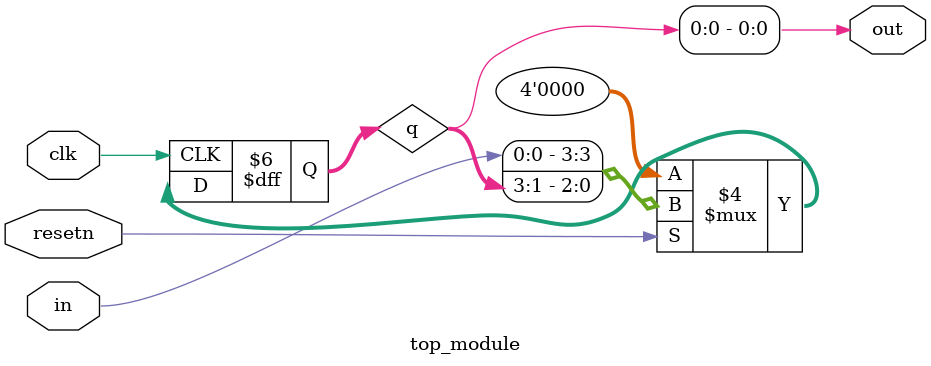
<source format=v>
module top_module (
    input clk,
    input resetn,   // synchronous reset
    input in,
    output out);
    reg [3:0] q;
    always @(posedge clk) begin
        if(!resetn)
            q <= 0;
        else 
            q <= { in, q[3:1]};
    end
    
    assign out = q[0];
            

endmodule

</source>
